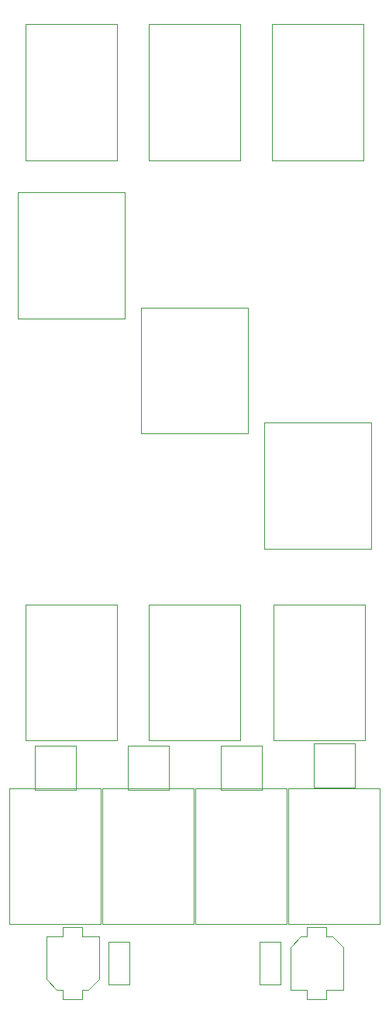
<source format=gbr>
G04 #@! TF.GenerationSoftware,KiCad,Pcbnew,(5.1.0)-1*
G04 #@! TF.CreationDate,2019-10-23T13:14:03-05:00*
G04 #@! TF.ProjectId,logiverter,6c6f6769-7665-4727-9465-722e6b696361,rev?*
G04 #@! TF.SameCoordinates,Original*
G04 #@! TF.FileFunction,Other,User*
%FSLAX46Y46*%
G04 Gerber Fmt 4.6, Leading zero omitted, Abs format (unit mm)*
G04 Created by KiCad (PCBNEW (5.1.0)-1) date 2019-10-23 13:14:03*
%MOMM*%
%LPD*%
G04 APERTURE LIST*
%ADD10C,0.050000*%
G04 APERTURE END LIST*
D10*
X104982000Y-110405000D02*
X104982000Y-95575000D01*
X114982000Y-110405000D02*
X114982000Y-95575000D01*
X114982000Y-110405000D02*
X104982000Y-110405000D01*
X114982000Y-95575000D02*
X104982000Y-95575000D01*
X115109000Y-158962000D02*
X115109000Y-173792000D01*
X105109000Y-158962000D02*
X105109000Y-173792000D01*
X105109000Y-158962000D02*
X115109000Y-158962000D01*
X105109000Y-173792000D02*
X115109000Y-173792000D01*
X91520000Y-173792000D02*
X101520000Y-173792000D01*
X91520000Y-158962000D02*
X101520000Y-158962000D01*
X91520000Y-158962000D02*
X91520000Y-173792000D01*
X101520000Y-158962000D02*
X101520000Y-173792000D01*
X116760000Y-179028000D02*
X116760000Y-193858000D01*
X106760000Y-179028000D02*
X106760000Y-193858000D01*
X106760000Y-179028000D02*
X116760000Y-179028000D01*
X106760000Y-193858000D02*
X116760000Y-193858000D01*
X109510000Y-174100000D02*
X109510000Y-178950000D01*
X114010000Y-174100000D02*
X109510000Y-174100000D01*
X114010000Y-178950000D02*
X114010000Y-174100000D01*
X109510000Y-178950000D02*
X114010000Y-178950000D01*
X109982000Y-152858000D02*
X115824000Y-152858000D01*
X115824000Y-139058000D02*
X104140000Y-139058000D01*
X104140000Y-139058000D02*
X104140000Y-152858000D01*
X104140000Y-152858000D02*
X109982000Y-152858000D01*
X115824000Y-152858000D02*
X115824000Y-139058000D01*
X96520000Y-140285000D02*
X102362000Y-140285000D01*
X102362000Y-126485000D02*
X90678000Y-126485000D01*
X90678000Y-126485000D02*
X90678000Y-140285000D01*
X90678000Y-140285000D02*
X96520000Y-140285000D01*
X102362000Y-140285000D02*
X102362000Y-126485000D01*
X83058000Y-127712000D02*
X88900000Y-127712000D01*
X88900000Y-113912000D02*
X77216000Y-113912000D01*
X77216000Y-113912000D02*
X77216000Y-127712000D01*
X77216000Y-127712000D02*
X83058000Y-127712000D01*
X88900000Y-127712000D02*
X88900000Y-113912000D01*
X86280000Y-179028000D02*
X86280000Y-193858000D01*
X76280000Y-179028000D02*
X76280000Y-193858000D01*
X76280000Y-179028000D02*
X86280000Y-179028000D01*
X76280000Y-193858000D02*
X86280000Y-193858000D01*
X96600000Y-193858000D02*
X106600000Y-193858000D01*
X96600000Y-179028000D02*
X106600000Y-179028000D01*
X96600000Y-179028000D02*
X96600000Y-193858000D01*
X106600000Y-179028000D02*
X106600000Y-193858000D01*
X96440000Y-179028000D02*
X96440000Y-193858000D01*
X86440000Y-179028000D02*
X86440000Y-193858000D01*
X86440000Y-179028000D02*
X96440000Y-179028000D01*
X86440000Y-193858000D02*
X96440000Y-193858000D01*
X78058000Y-173792000D02*
X88058000Y-173792000D01*
X78058000Y-158962000D02*
X88058000Y-158962000D01*
X78058000Y-158962000D02*
X78058000Y-173792000D01*
X88058000Y-158962000D02*
X88058000Y-173792000D01*
X91520000Y-110405000D02*
X91520000Y-95575000D01*
X101520000Y-110405000D02*
X101520000Y-95575000D01*
X101520000Y-110405000D02*
X91520000Y-110405000D01*
X101520000Y-95575000D02*
X91520000Y-95575000D01*
X78058000Y-110405000D02*
X78058000Y-95575000D01*
X88058000Y-110405000D02*
X88058000Y-95575000D01*
X88058000Y-110405000D02*
X78058000Y-110405000D01*
X88058000Y-95575000D02*
X78058000Y-95575000D01*
X105925000Y-195770000D02*
X103625000Y-195770000D01*
X103625000Y-200470000D02*
X103625000Y-195770000D01*
X105925000Y-200470000D02*
X103625000Y-200470000D01*
X105925000Y-195770000D02*
X105925000Y-200470000D01*
X87115000Y-200470000D02*
X89415000Y-200470000D01*
X89415000Y-195770000D02*
X89415000Y-200470000D01*
X87115000Y-195770000D02*
X89415000Y-195770000D01*
X87115000Y-200470000D02*
X87115000Y-195770000D01*
X79030000Y-174354000D02*
X79030000Y-179204000D01*
X83530000Y-174354000D02*
X79030000Y-174354000D01*
X83530000Y-179204000D02*
X83530000Y-174354000D01*
X79030000Y-179204000D02*
X83530000Y-179204000D01*
X99350000Y-179204000D02*
X103850000Y-179204000D01*
X103850000Y-179204000D02*
X103850000Y-174354000D01*
X103850000Y-174354000D02*
X99350000Y-174354000D01*
X99350000Y-174354000D02*
X99350000Y-179204000D01*
X89190000Y-174354000D02*
X89190000Y-179204000D01*
X93690000Y-174354000D02*
X89190000Y-174354000D01*
X93690000Y-179204000D02*
X93690000Y-174354000D01*
X89190000Y-179204000D02*
X93690000Y-179204000D01*
X108805000Y-194170000D02*
X108805000Y-195220000D01*
X110905000Y-194170000D02*
X108805000Y-194170000D01*
X110905000Y-195220000D02*
X110905000Y-194170000D01*
X108805000Y-195220000D02*
X108105000Y-195220000D01*
X111605000Y-195220000D02*
X110905000Y-195220000D01*
X111605000Y-195220000D02*
X112755000Y-196370000D01*
X108105000Y-195220000D02*
X106955000Y-196370000D01*
X112755000Y-196370000D02*
X112755000Y-201020000D01*
X106955000Y-196370000D02*
X106955000Y-201020000D01*
X108805000Y-201020000D02*
X106955000Y-201020000D01*
X108805000Y-202070000D02*
X108805000Y-201020000D01*
X110905000Y-202070000D02*
X108805000Y-202070000D01*
X110905000Y-201020000D02*
X110905000Y-202070000D01*
X112755000Y-201020000D02*
X110905000Y-201020000D01*
X84235000Y-202070000D02*
X84235000Y-201020000D01*
X82135000Y-202070000D02*
X84235000Y-202070000D01*
X82135000Y-201020000D02*
X82135000Y-202070000D01*
X84235000Y-201020000D02*
X84935000Y-201020000D01*
X81435000Y-201020000D02*
X82135000Y-201020000D01*
X81435000Y-201020000D02*
X80285000Y-199870000D01*
X84935000Y-201020000D02*
X86085000Y-199870000D01*
X80285000Y-199870000D02*
X80285000Y-195220000D01*
X86085000Y-199870000D02*
X86085000Y-195220000D01*
X84235000Y-195220000D02*
X86085000Y-195220000D01*
X84235000Y-194170000D02*
X84235000Y-195220000D01*
X82135000Y-194170000D02*
X84235000Y-194170000D01*
X82135000Y-195220000D02*
X82135000Y-194170000D01*
X80285000Y-195220000D02*
X82135000Y-195220000D01*
M02*

</source>
